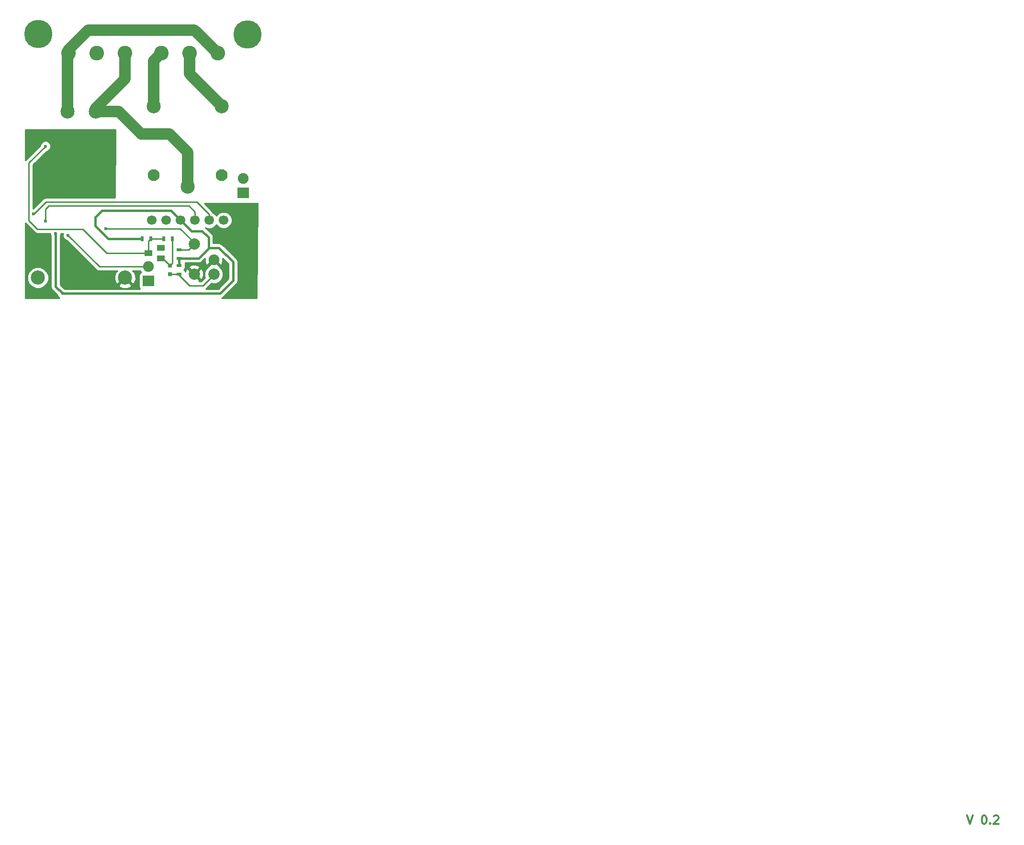
<source format=gbr>
G04 #@! TF.FileFunction,Copper,L1,Top,Signal*
%FSLAX46Y46*%
G04 Gerber Fmt 4.6, Leading zero omitted, Abs format (unit mm)*
G04 Created by KiCad (PCBNEW 4.0.3-stable) date 05/03/17 00:29:37*
%MOMM*%
%LPD*%
G01*
G04 APERTURE LIST*
%ADD10C,0.152400*%
%ADD11C,0.300000*%
%ADD12C,2.600000*%
%ADD13R,0.750000X0.800000*%
%ADD14R,2.000000X1.900000*%
%ADD15C,1.900000*%
%ADD16C,1.700000*%
%ADD17R,1.400000X1.000000*%
%ADD18R,0.500000X0.900000*%
%ADD19R,0.900000X0.500000*%
%ADD20C,2.100000*%
%ADD21C,2.500000*%
%ADD22C,2.000000*%
%ADD23C,5.000000*%
%ADD24C,0.600000*%
%ADD25C,0.400000*%
%ADD26C,0.250000*%
%ADD27C,2.000000*%
%ADD28C,1.000000*%
%ADD29C,0.254000*%
G04 APERTURE END LIST*
D10*
D11*
X268541858Y-192472571D02*
X269041858Y-193972571D01*
X269541858Y-192472571D01*
X271470429Y-192472571D02*
X271613286Y-192472571D01*
X271756143Y-192544000D01*
X271827572Y-192615429D01*
X271899001Y-192758286D01*
X271970429Y-193044000D01*
X271970429Y-193401143D01*
X271899001Y-193686857D01*
X271827572Y-193829714D01*
X271756143Y-193901143D01*
X271613286Y-193972571D01*
X271470429Y-193972571D01*
X271327572Y-193901143D01*
X271256143Y-193829714D01*
X271184715Y-193686857D01*
X271113286Y-193401143D01*
X271113286Y-193044000D01*
X271184715Y-192758286D01*
X271256143Y-192615429D01*
X271327572Y-192544000D01*
X271470429Y-192472571D01*
X272613286Y-193829714D02*
X272684714Y-193901143D01*
X272613286Y-193972571D01*
X272541857Y-193901143D01*
X272613286Y-193829714D01*
X272613286Y-193972571D01*
X273256143Y-192615429D02*
X273327572Y-192544000D01*
X273470429Y-192472571D01*
X273827572Y-192472571D01*
X273970429Y-192544000D01*
X274041858Y-192615429D01*
X274113286Y-192758286D01*
X274113286Y-192901143D01*
X274041858Y-193115429D01*
X273184715Y-193972571D01*
X274113286Y-193972571D01*
D12*
X119600000Y-57600000D03*
X114600000Y-57600000D03*
X109600000Y-57600000D03*
D13*
X127508000Y-95135000D03*
X127508000Y-96635000D03*
D14*
X140462000Y-82296000D03*
D15*
X140462000Y-79756000D03*
D14*
X123700000Y-97900000D03*
D15*
X123700000Y-95360000D03*
D12*
X126000000Y-57600000D03*
X131000000Y-57600000D03*
X136000000Y-57600000D03*
D16*
X124333000Y-87122000D03*
X126873000Y-87122000D03*
X129413000Y-87122000D03*
X131953000Y-87122000D03*
X134493000Y-87122000D03*
X137033000Y-87122000D03*
D17*
X125900000Y-93900000D03*
X125900000Y-92000000D03*
X123700000Y-92950000D03*
D18*
X124150000Y-90400000D03*
X122650000Y-90400000D03*
D19*
X129159000Y-96635000D03*
X129159000Y-95135000D03*
D18*
X126450000Y-90400000D03*
X127950000Y-90400000D03*
D19*
X129159000Y-92341000D03*
X129159000Y-93841000D03*
D20*
X124658000Y-79121000D03*
X136708000Y-79121000D03*
D21*
X130683000Y-81171000D03*
X124658000Y-66921000D03*
X136708000Y-66921000D03*
D22*
X131826000Y-96647000D03*
X131826000Y-91347000D03*
X135300000Y-96700000D03*
D15*
X135300000Y-94160000D03*
D21*
X114400000Y-67900000D03*
X109400000Y-67900000D03*
X119600000Y-97300000D03*
X104200000Y-97300000D03*
D23*
X104300000Y-54200000D03*
X141300000Y-54300000D03*
D24*
X111100000Y-72400000D03*
X138600000Y-99800000D03*
X140300000Y-92600000D03*
X115900000Y-97400000D03*
X104900000Y-100100000D03*
X108600000Y-98400000D03*
X125900000Y-92000000D03*
X107300000Y-89500000D03*
X108550000Y-100100000D03*
X105537000Y-74029000D03*
X109500000Y-89800000D03*
X105500000Y-87300000D03*
X103400000Y-86000000D03*
X116200000Y-88600000D03*
D25*
X122650000Y-90400000D02*
X116600000Y-90400000D01*
X127691000Y-85400000D02*
X129413000Y-87122000D01*
X115500000Y-85400000D02*
X127691000Y-85400000D01*
X114300000Y-86600000D02*
X115500000Y-85400000D01*
X114300000Y-88100000D02*
X114300000Y-86600000D01*
X116600000Y-90400000D02*
X114300000Y-88100000D01*
X129413000Y-87122000D02*
X129413000Y-87113000D01*
X108550000Y-100100000D02*
X136400000Y-100100000D01*
X107300000Y-98850000D02*
X108550000Y-100100000D01*
X107300000Y-98850000D02*
X107300000Y-89500000D01*
X136200000Y-92000000D02*
X134366000Y-92000000D01*
X138700000Y-94500000D02*
X136200000Y-92000000D01*
X138700000Y-97800000D02*
X138700000Y-94500000D01*
X136400000Y-100100000D02*
X138700000Y-97800000D01*
X129159000Y-93841000D02*
X132600000Y-93841000D01*
X132600000Y-93841000D02*
X134366000Y-92075000D01*
X134366000Y-92075000D02*
X134366000Y-92000000D01*
X131318000Y-89027000D02*
X129413000Y-87122000D01*
X134366000Y-92000000D02*
X134366000Y-90170000D01*
X134366000Y-90170000D02*
X133223000Y-89027000D01*
X133223000Y-89027000D02*
X131318000Y-89027000D01*
X129159000Y-95135000D02*
X129159000Y-93841000D01*
D26*
X123700000Y-92950000D02*
X123700000Y-90850000D01*
X123700000Y-90850000D02*
X124150000Y-90400000D01*
X124150000Y-90400000D02*
X126450000Y-90400000D01*
X116350000Y-92950000D02*
X123700000Y-92950000D01*
X112100000Y-88700000D02*
X116350000Y-92950000D01*
X104100000Y-88700000D02*
X112100000Y-88700000D01*
X102600000Y-87200000D02*
X104100000Y-88700000D01*
X102600000Y-76966000D02*
X102600000Y-87200000D01*
X105537000Y-74029000D02*
X102600000Y-76966000D01*
X123487500Y-93162500D02*
X123700000Y-92950000D01*
X127950000Y-90400000D02*
X127950000Y-94693000D01*
X127950000Y-94693000D02*
X127508000Y-95135000D01*
X125900000Y-93900000D02*
X126273000Y-93900000D01*
X126273000Y-93900000D02*
X127508000Y-95135000D01*
X129159000Y-96635000D02*
X129159000Y-96859000D01*
X129159000Y-96859000D02*
X131000000Y-98700000D01*
X133400000Y-98700000D02*
X135300000Y-96800000D01*
X131000000Y-98700000D02*
X133400000Y-98700000D01*
X127508000Y-96635000D02*
X129159000Y-96635000D01*
X115060000Y-95360000D02*
X123700000Y-95360000D01*
X109500000Y-89800000D02*
X115060000Y-95360000D01*
D27*
X114400000Y-67900000D02*
X118500000Y-67900000D01*
X130683000Y-75083000D02*
X130683000Y-81313998D01*
X127500000Y-71900000D02*
X130683000Y-75083000D01*
X122500000Y-71900000D02*
X127500000Y-71900000D01*
X118500000Y-67900000D02*
X122500000Y-71900000D01*
X130683000Y-81313998D02*
X130683000Y-81171000D01*
X114400000Y-67900000D02*
X114400000Y-67300000D01*
X114400000Y-67300000D02*
X119600000Y-62100000D01*
X119600000Y-62100000D02*
X119600000Y-57600000D01*
X109600000Y-57600000D02*
X109600000Y-57000000D01*
X109600000Y-57000000D02*
X113100000Y-53500000D01*
X131900000Y-53500000D02*
X136000000Y-57600000D01*
X113100000Y-53500000D02*
X131900000Y-53500000D01*
X109400000Y-67900000D02*
X109400000Y-57800000D01*
X109400000Y-57800000D02*
X109600000Y-57600000D01*
D28*
X109387000Y-57813000D02*
X109600000Y-57600000D01*
D27*
X124658000Y-66921000D02*
X124658000Y-58942000D01*
X124658000Y-58942000D02*
X126000000Y-57600000D01*
X131000000Y-57600000D02*
X131000000Y-61213000D01*
X131000000Y-61213000D02*
X136708000Y-66921000D01*
D26*
X131953000Y-87122000D02*
X131953000Y-85653000D01*
X105500000Y-85200000D02*
X105500000Y-87300000D01*
X106100000Y-84600000D02*
X105500000Y-85200000D01*
X130900000Y-84600000D02*
X106100000Y-84600000D01*
X131953000Y-85653000D02*
X130900000Y-84600000D01*
X131953000Y-87122000D02*
X131722000Y-87122000D01*
X134493000Y-87122000D02*
X134493000Y-86093000D01*
X103500000Y-86000000D02*
X103400000Y-86000000D01*
X105600000Y-83900000D02*
X103500000Y-86000000D01*
X132300000Y-83900000D02*
X105600000Y-83900000D01*
X134493000Y-86093000D02*
X132300000Y-83900000D01*
X131826000Y-91347000D02*
X131826000Y-91126000D01*
X131826000Y-91126000D02*
X129300000Y-88600000D01*
X129300000Y-88600000D02*
X116200000Y-88600000D01*
X131826000Y-91347000D02*
X131352000Y-91347000D01*
X129159000Y-92341000D02*
X130832000Y-92341000D01*
X130832000Y-92341000D02*
X131826000Y-91347000D01*
D29*
G36*
X142874486Y-100873000D02*
X136711693Y-100873000D01*
X136719541Y-100871439D01*
X136990434Y-100690434D01*
X139290434Y-98390434D01*
X139327284Y-98335284D01*
X139471439Y-98119541D01*
X139535000Y-97800000D01*
X139535000Y-94500000D01*
X139471439Y-94180459D01*
X139290434Y-93909566D01*
X136790434Y-91409566D01*
X136631786Y-91303561D01*
X136519541Y-91228561D01*
X136200000Y-91165000D01*
X135201000Y-91165000D01*
X135201000Y-90170000D01*
X135137439Y-89850459D01*
X134956434Y-89579566D01*
X133832567Y-88455699D01*
X134196319Y-88606742D01*
X134787089Y-88607257D01*
X135333086Y-88381656D01*
X135751188Y-87964283D01*
X135762748Y-87936443D01*
X135773344Y-87962086D01*
X136190717Y-88380188D01*
X136736319Y-88606742D01*
X137327089Y-88607257D01*
X137873086Y-88381656D01*
X138291188Y-87964283D01*
X138517742Y-87418681D01*
X138518257Y-86827911D01*
X138292656Y-86281914D01*
X137875283Y-85863812D01*
X137329681Y-85637258D01*
X136738911Y-85636743D01*
X136192914Y-85862344D01*
X135774812Y-86279717D01*
X135763252Y-86307557D01*
X135752656Y-86281914D01*
X135335283Y-85863812D01*
X135195899Y-85805935D01*
X135195148Y-85802160D01*
X135030401Y-85555599D01*
X133613855Y-84139053D01*
X134001978Y-84127000D01*
X143071497Y-84127000D01*
X142874486Y-100873000D01*
X142874486Y-100873000D01*
G37*
X142874486Y-100873000D02*
X136711693Y-100873000D01*
X136719541Y-100871439D01*
X136990434Y-100690434D01*
X139290434Y-98390434D01*
X139327284Y-98335284D01*
X139471439Y-98119541D01*
X139535000Y-97800000D01*
X139535000Y-94500000D01*
X139471439Y-94180459D01*
X139290434Y-93909566D01*
X136790434Y-91409566D01*
X136631786Y-91303561D01*
X136519541Y-91228561D01*
X136200000Y-91165000D01*
X135201000Y-91165000D01*
X135201000Y-90170000D01*
X135137439Y-89850459D01*
X134956434Y-89579566D01*
X133832567Y-88455699D01*
X134196319Y-88606742D01*
X134787089Y-88607257D01*
X135333086Y-88381656D01*
X135751188Y-87964283D01*
X135762748Y-87936443D01*
X135773344Y-87962086D01*
X136190717Y-88380188D01*
X136736319Y-88606742D01*
X137327089Y-88607257D01*
X137873086Y-88381656D01*
X138291188Y-87964283D01*
X138517742Y-87418681D01*
X138518257Y-86827911D01*
X138292656Y-86281914D01*
X137875283Y-85863812D01*
X137329681Y-85637258D01*
X136738911Y-85636743D01*
X136192914Y-85862344D01*
X135774812Y-86279717D01*
X135763252Y-86307557D01*
X135752656Y-86281914D01*
X135335283Y-85863812D01*
X135195899Y-85805935D01*
X135195148Y-85802160D01*
X135030401Y-85555599D01*
X133613855Y-84139053D01*
X134001978Y-84127000D01*
X143071497Y-84127000D01*
X142874486Y-100873000D01*
G36*
X102062599Y-87737401D02*
X103562599Y-89237401D01*
X103809160Y-89402148D01*
X104100000Y-89460000D01*
X106365034Y-89460000D01*
X106364838Y-89685167D01*
X106465000Y-89927578D01*
X106465000Y-98850000D01*
X106528561Y-99169541D01*
X106573904Y-99237401D01*
X106709566Y-99440434D01*
X107657465Y-100388333D01*
X107756883Y-100628943D01*
X108000514Y-100873000D01*
X101985000Y-100873000D01*
X101985000Y-97673305D01*
X102314674Y-97673305D01*
X102601043Y-98366372D01*
X103130839Y-98897093D01*
X103823405Y-99184672D01*
X104573305Y-99185326D01*
X105266372Y-98898957D01*
X105797093Y-98369161D01*
X106084672Y-97676595D01*
X106085326Y-96926695D01*
X105798957Y-96233628D01*
X105269161Y-95702907D01*
X104576595Y-95415328D01*
X103826695Y-95414674D01*
X103133628Y-95701043D01*
X102602907Y-96230839D01*
X102315328Y-96923405D01*
X102314674Y-97673305D01*
X101985000Y-97673305D01*
X101985000Y-87621266D01*
X102062599Y-87737401D01*
X102062599Y-87737401D01*
G37*
X102062599Y-87737401D02*
X103562599Y-89237401D01*
X103809160Y-89402148D01*
X104100000Y-89460000D01*
X106365034Y-89460000D01*
X106364838Y-89685167D01*
X106465000Y-89927578D01*
X106465000Y-98850000D01*
X106528561Y-99169541D01*
X106573904Y-99237401D01*
X106709566Y-99440434D01*
X107657465Y-100388333D01*
X107756883Y-100628943D01*
X108000514Y-100873000D01*
X101985000Y-100873000D01*
X101985000Y-97673305D01*
X102314674Y-97673305D01*
X102601043Y-98366372D01*
X103130839Y-98897093D01*
X103823405Y-99184672D01*
X104573305Y-99185326D01*
X105266372Y-98898957D01*
X105797093Y-98369161D01*
X106084672Y-97676595D01*
X106085326Y-96926695D01*
X105798957Y-96233628D01*
X105269161Y-95702907D01*
X104576595Y-95415328D01*
X103826695Y-95414674D01*
X103133628Y-95701043D01*
X102602907Y-96230839D01*
X102315328Y-96923405D01*
X102314674Y-97673305D01*
X101985000Y-97673305D01*
X101985000Y-87621266D01*
X102062599Y-87737401D01*
G36*
X108565162Y-89613201D02*
X108564838Y-89985167D01*
X108706883Y-90328943D01*
X108969673Y-90592192D01*
X109313201Y-90734838D01*
X109360077Y-90734879D01*
X114522599Y-95897401D01*
X114769160Y-96062148D01*
X114817414Y-96071746D01*
X115060000Y-96120000D01*
X118240392Y-96120000D01*
X118266678Y-96146286D01*
X117973877Y-96275533D01*
X117705612Y-96975806D01*
X117725750Y-97725435D01*
X117973877Y-98324467D01*
X118266680Y-98453715D01*
X119420395Y-97300000D01*
X119406253Y-97285858D01*
X119585858Y-97106253D01*
X119600000Y-97120395D01*
X119614143Y-97106253D01*
X119793748Y-97285858D01*
X119779605Y-97300000D01*
X120933320Y-98453715D01*
X121226123Y-98324467D01*
X121494388Y-97624194D01*
X121474250Y-96874565D01*
X121226123Y-96275533D01*
X120933322Y-96146286D01*
X120959608Y-96120000D01*
X122299053Y-96120000D01*
X122355519Y-96256657D01*
X122453029Y-96354337D01*
X122248559Y-96485910D01*
X122103569Y-96698110D01*
X122052560Y-96950000D01*
X122052560Y-98850000D01*
X122096838Y-99085317D01*
X122212461Y-99265000D01*
X108977234Y-99265000D01*
X108838090Y-99207222D01*
X108264188Y-98633320D01*
X118446285Y-98633320D01*
X118575533Y-98926123D01*
X119275806Y-99194388D01*
X120025435Y-99174250D01*
X120624467Y-98926123D01*
X120753715Y-98633320D01*
X119600000Y-97479605D01*
X118446285Y-98633320D01*
X108264188Y-98633320D01*
X108135000Y-98504132D01*
X108135000Y-89927234D01*
X108234838Y-89686799D01*
X108235036Y-89460000D01*
X108628777Y-89460000D01*
X108565162Y-89613201D01*
X108565162Y-89613201D01*
G37*
X108565162Y-89613201D02*
X108564838Y-89985167D01*
X108706883Y-90328943D01*
X108969673Y-90592192D01*
X109313201Y-90734838D01*
X109360077Y-90734879D01*
X114522599Y-95897401D01*
X114769160Y-96062148D01*
X114817414Y-96071746D01*
X115060000Y-96120000D01*
X118240392Y-96120000D01*
X118266678Y-96146286D01*
X117973877Y-96275533D01*
X117705612Y-96975806D01*
X117725750Y-97725435D01*
X117973877Y-98324467D01*
X118266680Y-98453715D01*
X119420395Y-97300000D01*
X119406253Y-97285858D01*
X119585858Y-97106253D01*
X119600000Y-97120395D01*
X119614143Y-97106253D01*
X119793748Y-97285858D01*
X119779605Y-97300000D01*
X120933320Y-98453715D01*
X121226123Y-98324467D01*
X121494388Y-97624194D01*
X121474250Y-96874565D01*
X121226123Y-96275533D01*
X120933322Y-96146286D01*
X120959608Y-96120000D01*
X122299053Y-96120000D01*
X122355519Y-96256657D01*
X122453029Y-96354337D01*
X122248559Y-96485910D01*
X122103569Y-96698110D01*
X122052560Y-96950000D01*
X122052560Y-98850000D01*
X122096838Y-99085317D01*
X122212461Y-99265000D01*
X108977234Y-99265000D01*
X108838090Y-99207222D01*
X108264188Y-98633320D01*
X118446285Y-98633320D01*
X118575533Y-98926123D01*
X119275806Y-99194388D01*
X120025435Y-99174250D01*
X120624467Y-98926123D01*
X120753715Y-98633320D01*
X119600000Y-97479605D01*
X118446285Y-98633320D01*
X108264188Y-98633320D01*
X108135000Y-98504132D01*
X108135000Y-89927234D01*
X108234838Y-89686799D01*
X108235036Y-89460000D01*
X108628777Y-89460000D01*
X108565162Y-89613201D01*
G36*
X137865000Y-94845868D02*
X137865000Y-97454132D01*
X136054132Y-99265000D01*
X133896096Y-99265000D01*
X133937401Y-99237401D01*
X134879187Y-98295615D01*
X134973352Y-98334716D01*
X135623795Y-98335284D01*
X136224943Y-98086894D01*
X136685278Y-97627363D01*
X136934716Y-97026648D01*
X136935284Y-96376205D01*
X136686894Y-95775057D01*
X136227363Y-95314722D01*
X136223711Y-95313206D01*
X136236745Y-95276350D01*
X135300000Y-94339605D01*
X134363255Y-95276350D01*
X134376101Y-95312675D01*
X134375057Y-95313106D01*
X133914722Y-95772637D01*
X133665284Y-96373352D01*
X133664716Y-97023795D01*
X133763157Y-97262041D01*
X133085198Y-97940000D01*
X132746992Y-97940000D01*
X132798927Y-97799532D01*
X131826000Y-96826605D01*
X131811858Y-96840748D01*
X131632253Y-96661143D01*
X131646395Y-96647000D01*
X132005605Y-96647000D01*
X132978532Y-97619927D01*
X133245387Y-97521264D01*
X133471908Y-96911539D01*
X133447856Y-96261540D01*
X133245387Y-95772736D01*
X132978532Y-95674073D01*
X132005605Y-96647000D01*
X131646395Y-96647000D01*
X130673468Y-95674073D01*
X130406613Y-95772736D01*
X130230455Y-96246900D01*
X130212162Y-96149683D01*
X130073090Y-95933559D01*
X130003289Y-95885866D01*
X130060441Y-95849090D01*
X130205431Y-95636890D01*
X130234272Y-95494468D01*
X130853073Y-95494468D01*
X131826000Y-96467395D01*
X132798927Y-95494468D01*
X132700264Y-95227613D01*
X132090539Y-95001092D01*
X131440540Y-95025144D01*
X130951736Y-95227613D01*
X130853073Y-95494468D01*
X130234272Y-95494468D01*
X130256440Y-95385000D01*
X130256440Y-94885000D01*
X130217114Y-94676000D01*
X132600000Y-94676000D01*
X132919541Y-94612439D01*
X133190434Y-94431434D01*
X133704216Y-93917652D01*
X133728648Y-94537461D01*
X133921981Y-95004208D01*
X134183650Y-95096745D01*
X135120395Y-94160000D01*
X135106253Y-94145858D01*
X135285858Y-93966253D01*
X135300000Y-93980395D01*
X135314143Y-93966253D01*
X135493748Y-94145858D01*
X135479605Y-94160000D01*
X136416350Y-95096745D01*
X136678019Y-95004208D01*
X136896188Y-94412602D01*
X136874211Y-93855079D01*
X137865000Y-94845868D01*
X137865000Y-94845868D01*
G37*
X137865000Y-94845868D02*
X137865000Y-97454132D01*
X136054132Y-99265000D01*
X133896096Y-99265000D01*
X133937401Y-99237401D01*
X134879187Y-98295615D01*
X134973352Y-98334716D01*
X135623795Y-98335284D01*
X136224943Y-98086894D01*
X136685278Y-97627363D01*
X136934716Y-97026648D01*
X136935284Y-96376205D01*
X136686894Y-95775057D01*
X136227363Y-95314722D01*
X136223711Y-95313206D01*
X136236745Y-95276350D01*
X135300000Y-94339605D01*
X134363255Y-95276350D01*
X134376101Y-95312675D01*
X134375057Y-95313106D01*
X133914722Y-95772637D01*
X133665284Y-96373352D01*
X133664716Y-97023795D01*
X133763157Y-97262041D01*
X133085198Y-97940000D01*
X132746992Y-97940000D01*
X132798927Y-97799532D01*
X131826000Y-96826605D01*
X131811858Y-96840748D01*
X131632253Y-96661143D01*
X131646395Y-96647000D01*
X132005605Y-96647000D01*
X132978532Y-97619927D01*
X133245387Y-97521264D01*
X133471908Y-96911539D01*
X133447856Y-96261540D01*
X133245387Y-95772736D01*
X132978532Y-95674073D01*
X132005605Y-96647000D01*
X131646395Y-96647000D01*
X130673468Y-95674073D01*
X130406613Y-95772736D01*
X130230455Y-96246900D01*
X130212162Y-96149683D01*
X130073090Y-95933559D01*
X130003289Y-95885866D01*
X130060441Y-95849090D01*
X130205431Y-95636890D01*
X130234272Y-95494468D01*
X130853073Y-95494468D01*
X131826000Y-96467395D01*
X132798927Y-95494468D01*
X132700264Y-95227613D01*
X132090539Y-95001092D01*
X131440540Y-95025144D01*
X130951736Y-95227613D01*
X130853073Y-95494468D01*
X130234272Y-95494468D01*
X130256440Y-95385000D01*
X130256440Y-94885000D01*
X130217114Y-94676000D01*
X132600000Y-94676000D01*
X132919541Y-94612439D01*
X133190434Y-94431434D01*
X133704216Y-93917652D01*
X133728648Y-94537461D01*
X133921981Y-95004208D01*
X134183650Y-95096745D01*
X135120395Y-94160000D01*
X135106253Y-94145858D01*
X135285858Y-93966253D01*
X135300000Y-93980395D01*
X135314143Y-93966253D01*
X135493748Y-94145858D01*
X135479605Y-94160000D01*
X136416350Y-95096745D01*
X136678019Y-95004208D01*
X136896188Y-94412602D01*
X136874211Y-93855079D01*
X137865000Y-94845868D01*
G36*
X126027000Y-91873000D02*
X126047000Y-91873000D01*
X126047000Y-92127000D01*
X126027000Y-92127000D01*
X126027000Y-92147000D01*
X125773000Y-92147000D01*
X125773000Y-92127000D01*
X125753000Y-92127000D01*
X125753000Y-91873000D01*
X125773000Y-91873000D01*
X125773000Y-91853000D01*
X126027000Y-91853000D01*
X126027000Y-91873000D01*
X126027000Y-91873000D01*
G37*
X126027000Y-91873000D02*
X126047000Y-91873000D01*
X126047000Y-92127000D01*
X126027000Y-92127000D01*
X126027000Y-92147000D01*
X125773000Y-92147000D01*
X125773000Y-92127000D01*
X125753000Y-92127000D01*
X125753000Y-91873000D01*
X125773000Y-91873000D01*
X125773000Y-91853000D01*
X126027000Y-91853000D01*
X126027000Y-91873000D01*
G36*
X124526748Y-87107858D02*
X124512605Y-87122000D01*
X124526748Y-87136143D01*
X124347143Y-87315748D01*
X124333000Y-87301605D01*
X124318858Y-87315748D01*
X124139253Y-87136143D01*
X124153395Y-87122000D01*
X124139253Y-87107858D01*
X124318858Y-86928253D01*
X124333000Y-86942395D01*
X124347143Y-86928253D01*
X124526748Y-87107858D01*
X124526748Y-87107858D01*
G37*
X124526748Y-87107858D02*
X124512605Y-87122000D01*
X124526748Y-87136143D01*
X124347143Y-87315748D01*
X124333000Y-87301605D01*
X124318858Y-87315748D01*
X124139253Y-87136143D01*
X124153395Y-87122000D01*
X124139253Y-87107858D01*
X124318858Y-86928253D01*
X124333000Y-86942395D01*
X124347143Y-86928253D01*
X124526748Y-87107858D01*
G36*
X117873000Y-77347394D02*
X117810197Y-77410197D01*
X117782334Y-77452211D01*
X117773000Y-77500000D01*
X117773000Y-83140000D01*
X105600000Y-83140000D01*
X105362224Y-83187297D01*
X105309160Y-83197852D01*
X105062599Y-83362599D01*
X103360233Y-85064965D01*
X103360000Y-85064964D01*
X103360000Y-77280802D01*
X105676680Y-74964122D01*
X105722167Y-74964162D01*
X106065943Y-74822117D01*
X106329192Y-74559327D01*
X106471838Y-74215799D01*
X106472162Y-73843833D01*
X106330117Y-73500057D01*
X106067327Y-73236808D01*
X105723799Y-73094162D01*
X105351833Y-73093838D01*
X105008057Y-73235883D01*
X104744808Y-73498673D01*
X104602162Y-73842201D01*
X104602121Y-73889077D01*
X102062599Y-76428599D01*
X101985000Y-76544734D01*
X101985000Y-71127000D01*
X117873000Y-71127000D01*
X117873000Y-77347394D01*
X117873000Y-77347394D01*
G37*
X117873000Y-77347394D02*
X117810197Y-77410197D01*
X117782334Y-77452211D01*
X117773000Y-77500000D01*
X117773000Y-83140000D01*
X105600000Y-83140000D01*
X105362224Y-83187297D01*
X105309160Y-83197852D01*
X105062599Y-83362599D01*
X103360233Y-85064965D01*
X103360000Y-85064964D01*
X103360000Y-77280802D01*
X105676680Y-74964122D01*
X105722167Y-74964162D01*
X106065943Y-74822117D01*
X106329192Y-74559327D01*
X106471838Y-74215799D01*
X106472162Y-73843833D01*
X106330117Y-73500057D01*
X106067327Y-73236808D01*
X105723799Y-73094162D01*
X105351833Y-73093838D01*
X105008057Y-73235883D01*
X104744808Y-73498673D01*
X104602162Y-73842201D01*
X104602121Y-73889077D01*
X102062599Y-76428599D01*
X101985000Y-76544734D01*
X101985000Y-71127000D01*
X117873000Y-71127000D01*
X117873000Y-77347394D01*
M02*

</source>
